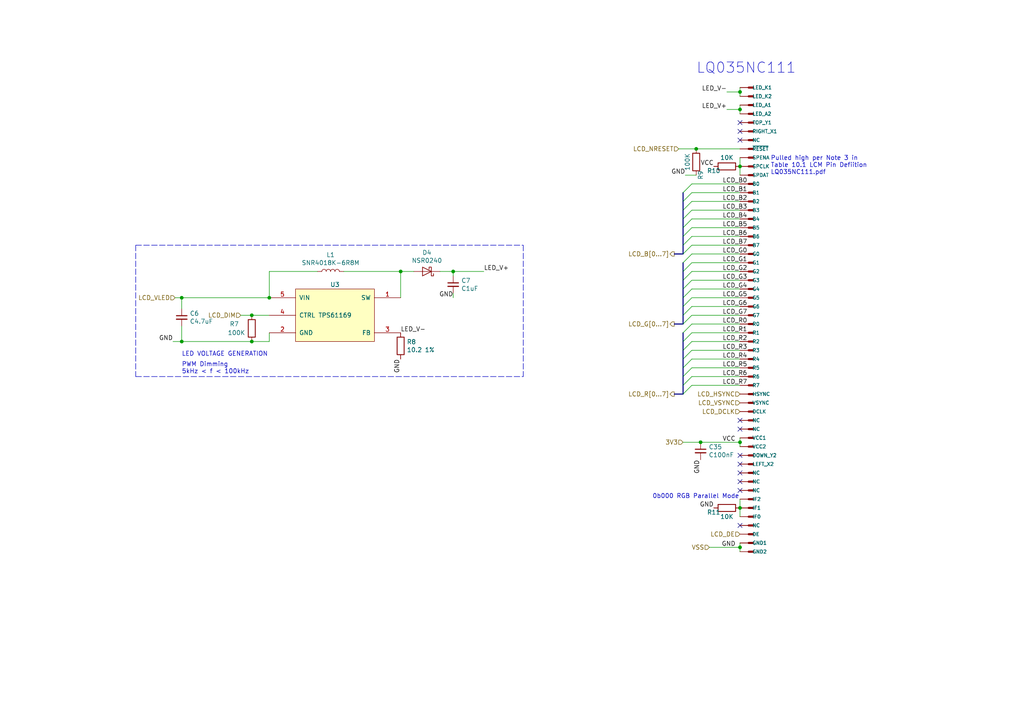
<source format=kicad_sch>
(kicad_sch (version 20210126) (generator eeschema)
  (paper "A4")
  (title_block (title "LCD") (date "2019-11-10") (rev "A") (company "Justin Alexander"))
  (lib_symbols
    (symbol "Device:R" (pin_numbers hide) (pin_names (offset 0))
      (property "Reference" "R" (at 2.032 0 90))
      (property "Value" "R" (at 0 0 90))
      (symbol "R_0_1"
        (rectangle (start -1.016 -2.54) (end 1.016 2.54) (stroke (width 0.254)))
      )
      (symbol "R_1_1"
        (pin passive line (at 0 3.81 270) (length 1.27) (name "~") (number "1"))
        (pin passive line (at 0 -3.81 90) (length 1.27) (name "~") (number "2"))
      )
    )
    (symbol "parts-lib-SnapEDA:51296-5494" (pin_numbers hide) (pin_names (offset 1.016))
      (symbol "51296-5494_0_0"
        (polyline (pts (xy 0 -66.04) (xy 1.27 -66.04)) (stroke (width 0.6096)))
        (polyline (pts (xy 0 -63.5) (xy 1.27 -63.5)) (stroke (width 0.6096)))
        (polyline (pts (xy 0 -60.96) (xy 1.27 -60.96)) (stroke (width 0.6096)))
        (polyline (pts (xy 0 -58.42) (xy 1.27 -58.42)) (stroke (width 0.6096)))
        (polyline (pts (xy 0 -55.88) (xy 1.27 -55.88)) (stroke (width 0.6096)))
        (polyline (pts (xy 0 -53.34) (xy 1.27 -53.34)) (stroke (width 0.6096)))
        (polyline (pts (xy 0 -50.8) (xy 1.27 -50.8)) (stroke (width 0.6096)))
        (polyline (pts (xy 0 -48.26) (xy 1.27 -48.26)) (stroke (width 0.6096)))
        (polyline (pts (xy 0 -45.72) (xy 1.27 -45.72)) (stroke (width 0.6096)))
        (polyline (pts (xy 0 -43.18) (xy 1.27 -43.18)) (stroke (width 0.6096)))
        (polyline (pts (xy 0 -40.64) (xy 1.27 -40.64)) (stroke (width 0.6096)))
        (polyline (pts (xy 0 -38.1) (xy 1.27 -38.1)) (stroke (width 0.6096)))
        (polyline (pts (xy 0 -35.56) (xy 1.27 -35.56)) (stroke (width 0.6096)))
        (polyline (pts (xy 0 -33.02) (xy 1.27 -33.02)) (stroke (width 0.6096)))
        (polyline (pts (xy 0 -30.48) (xy 1.27 -30.48)) (stroke (width 0.6096)))
        (polyline (pts (xy 0 -27.94) (xy 1.27 -27.94)) (stroke (width 0.6096)))
        (polyline (pts (xy 0 -25.4) (xy 1.27 -25.4)) (stroke (width 0.6096)))
        (polyline (pts (xy 0 -22.86) (xy 1.27 -22.86)) (stroke (width 0.6096)))
        (polyline (pts (xy 0 -20.32) (xy 1.27 -20.32)) (stroke (width 0.6096)))
        (polyline (pts (xy 0 -17.78) (xy 1.27 -17.78)) (stroke (width 0.6096)))
        (polyline (pts (xy 0 -15.24) (xy 1.27 -15.24)) (stroke (width 0.6096)))
        (polyline (pts (xy 0 -12.7) (xy 1.27 -12.7)) (stroke (width 0.6096)))
        (polyline (pts (xy 0 -10.16) (xy 1.27 -10.16)) (stroke (width 0.6096)))
        (polyline (pts (xy 0 -7.62) (xy 1.27 -7.62)) (stroke (width 0.6096)))
        (polyline (pts (xy 0 -5.08) (xy 1.27 -5.08)) (stroke (width 0.6096)))
        (polyline (pts (xy 0 -2.54) (xy 1.27 -2.54)) (stroke (width 0.6096)))
        (polyline (pts (xy 0 0) (xy 1.27 0)) (stroke (width 0.6096)))
        (polyline (pts (xy 0 2.54) (xy 1.27 2.54)) (stroke (width 0.6096)))
        (polyline (pts (xy 0 5.08) (xy 1.27 5.08)) (stroke (width 0.6096)))
        (polyline (pts (xy 0 7.62) (xy 1.27 7.62)) (stroke (width 0.6096)))
        (polyline (pts (xy 0 10.16) (xy 1.27 10.16)) (stroke (width 0.6096)))
        (polyline (pts (xy 0 12.7) (xy 1.27 12.7)) (stroke (width 0.6096)))
        (polyline (pts (xy 0 15.24) (xy 1.27 15.24)) (stroke (width 0.6096)))
        (polyline (pts (xy 0 17.78) (xy 1.27 17.78)) (stroke (width 0.6096)))
        (polyline (pts (xy 0 20.32) (xy 1.27 20.32)) (stroke (width 0.6096)))
        (polyline (pts (xy 0 22.86) (xy 1.27 22.86)) (stroke (width 0.6096)))
        (polyline (pts (xy 0 25.4) (xy 1.27 25.4)) (stroke (width 0.6096)))
        (polyline (pts (xy 0 27.94) (xy 1.27 27.94)) (stroke (width 0.6096)))
        (polyline (pts (xy 0 30.48) (xy 1.27 30.48)) (stroke (width 0.6096)))
        (polyline (pts (xy 0 33.02) (xy 1.27 33.02)) (stroke (width 0.6096)))
        (polyline (pts (xy 0 35.56) (xy 1.27 35.56)) (stroke (width 0.6096)))
        (polyline (pts (xy 0 38.1) (xy 1.27 38.1)) (stroke (width 0.6096)))
        (polyline (pts (xy 0 40.64) (xy 1.27 40.64)) (stroke (width 0.6096)))
        (polyline (pts (xy 0 43.18) (xy 1.27 43.18)) (stroke (width 0.6096)))
        (polyline (pts (xy 0 45.72) (xy 1.27 45.72)) (stroke (width 0.6096)))
        (polyline (pts (xy 0 48.26) (xy 1.27 48.26)) (stroke (width 0.6096)))
        (polyline (pts (xy 0 50.8) (xy 1.27 50.8)) (stroke (width 0.6096)))
        (polyline (pts (xy 0 53.34) (xy 1.27 53.34)) (stroke (width 0.6096)))
        (polyline (pts (xy 0 55.88) (xy 1.27 55.88)) (stroke (width 0.6096)))
        (polyline (pts (xy 0 58.42) (xy 1.27 58.42)) (stroke (width 0.6096)))
        (polyline (pts (xy 0 60.96) (xy 1.27 60.96)) (stroke (width 0.6096)))
        (polyline (pts (xy 0 63.5) (xy 1.27 63.5)) (stroke (width 0.6096)))
        (polyline (pts (xy 0 66.04) (xy 1.27 66.04)) (stroke (width 0.6096)))
        (polyline (pts (xy 0 68.58) (xy 1.27 68.58)) (stroke (width 0.6096)))
        (pin passive line (at -2.54 68.58 0) (length 2.54) (name "LED_K1") (number "1"))
        (pin passive line (at -2.54 45.72 0) (length 2.54) (name "SPCLK") (number "10"))
        (pin passive line (at -2.54 43.18 0) (length 2.54) (name "SPDAT") (number "11"))
        (pin passive line (at -2.54 40.64 0) (length 2.54) (name "B0") (number "12"))
        (pin passive line (at -2.54 38.1 0) (length 2.54) (name "B1") (number "13"))
        (pin passive line (at -2.54 35.56 0) (length 2.54) (name "B2") (number "14"))
        (pin passive line (at -2.54 33.02 0) (length 2.54) (name "B3") (number "15"))
        (pin passive line (at -2.54 30.48 0) (length 2.54) (name "B4") (number "16"))
        (pin passive line (at -2.54 27.94 0) (length 2.54) (name "B5") (number "17"))
        (pin passive line (at -2.54 25.4 0) (length 2.54) (name "B6") (number "18"))
        (pin passive line (at -2.54 22.86 0) (length 2.54) (name "B7") (number "19"))
        (pin passive line (at -2.54 66.04 0) (length 2.54) (name "LED_K2") (number "2"))
        (pin passive line (at -2.54 20.32 0) (length 2.54) (name "G0") (number "20"))
        (pin passive line (at -2.54 17.78 0) (length 2.54) (name "G1") (number "21"))
        (pin passive line (at -2.54 15.24 0) (length 2.54) (name "G2") (number "22"))
        (pin passive line (at -2.54 12.7 0) (length 2.54) (name "G3") (number "23"))
        (pin passive line (at -2.54 10.16 0) (length 2.54) (name "G4") (number "24"))
        (pin passive line (at -2.54 7.62 0) (length 2.54) (name "G5") (number "25"))
        (pin passive line (at -2.54 5.08 0) (length 2.54) (name "G6") (number "26"))
        (pin passive line (at -2.54 2.54 0) (length 2.54) (name "G7") (number "27"))
        (pin passive line (at -2.54 0 0) (length 2.54) (name "R0") (number "28"))
        (pin passive line (at -2.54 -2.54 0) (length 2.54) (name "R1") (number "29"))
        (pin passive line (at -2.54 63.5 0) (length 2.54) (name "LED_A1") (number "3"))
        (pin passive line (at -2.54 -5.08 0) (length 2.54) (name "R2") (number "30"))
        (pin passive line (at -2.54 -7.62 0) (length 2.54) (name "R3") (number "31"))
        (pin passive line (at -2.54 -10.16 0) (length 2.54) (name "R4") (number "32"))
        (pin passive line (at -2.54 -12.7 0) (length 2.54) (name "R5") (number "33"))
        (pin passive line (at -2.54 -15.24 0) (length 2.54) (name "R6") (number "34"))
        (pin passive line (at -2.54 -17.78 0) (length 2.54) (name "R7") (number "35"))
        (pin passive line (at -2.54 -20.32 0) (length 2.54) (name "HSYNC") (number "36"))
        (pin passive line (at -2.54 -22.86 0) (length 2.54) (name "VSYNC") (number "37"))
        (pin passive line (at -2.54 -25.4 0) (length 2.54) (name "DCLK") (number "38"))
        (pin passive line (at -2.54 -27.94 0) (length 2.54) (name "NC") (number "39"))
        (pin passive line (at -2.54 60.96 0) (length 2.54) (name "LED_A2") (number "4"))
        (pin passive line (at -2.54 -30.48 0) (length 2.54) (name "NC") (number "40"))
        (pin passive line (at -2.54 -33.02 0) (length 2.54) (name "VCC1") (number "41"))
        (pin passive line (at -2.54 -35.56 0) (length 2.54) (name "VCC2") (number "42"))
        (pin passive line (at -2.54 -38.1 0) (length 2.54) (name "DOWN_Y2") (number "43"))
        (pin passive line (at -2.54 -40.64 0) (length 2.54) (name "LEFT_X2") (number "44"))
        (pin passive line (at -2.54 -43.18 0) (length 2.54) (name "NC") (number "45"))
        (pin passive line (at -2.54 -45.72 0) (length 2.54) (name "NC") (number "46"))
        (pin passive line (at -2.54 -48.26 0) (length 2.54) (name "NC") (number "47"))
        (pin passive line (at -2.54 -50.8 0) (length 2.54) (name "IF2") (number "48"))
        (pin passive line (at -2.54 -53.34 0) (length 2.54) (name "IF1") (number "49"))
        (pin passive line (at -2.54 58.42 0) (length 2.54) (name "TOP_Y1") (number "5"))
        (pin passive line (at -2.54 -55.88 0) (length 2.54) (name "IF0") (number "50"))
        (pin passive line (at -2.54 -58.42 0) (length 2.54) (name "NC") (number "51"))
        (pin passive line (at -2.54 -60.96 0) (length 2.54) (name "DE") (number "52"))
        (pin passive line (at -2.54 -63.5 0) (length 2.54) (name "GND1") (number "53"))
        (pin passive line (at -2.54 -66.04 0) (length 2.54) (name "GND2") (number "54"))
        (pin passive line (at -2.54 55.88 0) (length 2.54) (name "RIGHT_X1") (number "6"))
        (pin passive line (at -2.54 53.34 0) (length 2.54) (name "NC") (number "7"))
        (pin passive line (at -2.54 50.8 0) (length 2.54) (name "~RESET~") (number "8"))
        (pin passive line (at -2.54 48.26 0) (length 2.54) (name "SPENA") (number "9"))
      )
    )
    (symbol "parts-lib:C100nF" (pin_numbers hide) (pin_names (offset 0.254) hide)
      (property "Reference" "C" (at 0.254 1.778 0))
      (property "Value" "C100nF" (at 0.254 -2.032 0))
      (symbol "C100nF_0_1"
        (polyline (pts (xy -1.524 -0.508) (xy 1.524 -0.508)) (stroke (width 0.3302)))
        (polyline (pts (xy -1.524 0.508) (xy 1.524 0.508)) (stroke (width 0.3048)))
      )
      (symbol "C100nF_1_1"
        (pin passive line (at 0 2.54 270) (length 2.032) (name "~") (number "1"))
        (pin passive line (at 0 -2.54 90) (length 2.032) (name "~") (number "2"))
      )
    )
    (symbol "parts-lib:C1uF" (pin_numbers hide) (pin_names (offset 0.254) hide)
      (property "Reference" "C" (at 0.254 1.778 0))
      (property "Value" "C1uF" (at 0.254 -2.032 0))
      (symbol "C1uF_0_1"
        (polyline (pts (xy -1.524 -0.508) (xy 1.524 -0.508)) (stroke (width 0.3302)))
        (polyline (pts (xy -1.524 0.508) (xy 1.524 0.508)) (stroke (width 0.3048)))
      )
      (symbol "C1uF_1_1"
        (pin passive line (at 0 2.54 270) (length 2.032) (name "~") (number "1"))
        (pin passive line (at 0 -2.54 90) (length 2.032) (name "~") (number "2"))
      )
    )
    (symbol "parts-lib:C4.7uF" (pin_numbers hide) (pin_names (offset 0.254) hide)
      (property "Reference" "C" (at 0.254 1.778 0))
      (property "Value" "C4.7uF" (at 0.254 -2.032 0))
      (symbol "C4.7uF_0_1"
        (polyline (pts (xy -1.524 -0.508) (xy 1.524 -0.508)) (stroke (width 0.3302)))
        (polyline (pts (xy -1.524 0.508) (xy 1.524 0.508)) (stroke (width 0.3048)))
      )
      (symbol "C4.7uF_1_1"
        (pin passive line (at 0 2.54 270) (length 2.032) (name "~") (number "1"))
        (pin passive line (at 0 -2.54 90) (length 2.032) (name "~") (number "2"))
      )
    )
    (symbol "parts-lib:NSR0240" (pin_numbers hide) (pin_names (offset 1.016) hide)
      (property "Reference" "D" (at 0 2.54 0))
      (property "Value" "NSR0240" (at 0 -2.54 0))
      (symbol "NSR0240_0_1"
        (polyline (pts (xy 1.27 0) (xy -1.27 0)))
        (polyline (pts (xy 1.27 1.27) (xy 1.27 -1.27) (xy -1.27 0) (xy 1.27 1.27)) (stroke (width 0.2032)))
        (polyline (pts (xy -1.905 0.635) (xy -1.905 1.27) (xy -1.27 1.27) (xy -1.27 -1.27) (xy -0.635 -1.27) (xy -0.635 -0.635)) (stroke (width 0.2032)))
      )
      (symbol "NSR0240_1_1"
        (pin passive line (at -3.81 0 0) (length 2.54) (name "K") (number "1"))
        (pin passive line (at 3.81 0 180) (length 2.54) (name "A") (number "2"))
      )
    )
    (symbol "parts-lib:SNR4018K-6R8M" (pin_numbers hide) (pin_names (offset 1.016) hide)
      (property "Reference" "L" (at 0 2.54 0))
      (property "Value" "SNR4018K-6R8M" (at 0 -2.54 0))
      (symbol "SNR4018K-6R8M_0_1"
        (arc (start 0 -2.54) (end 0 -1.27) (radius (at 0 -1.905) (length 0.635) (angles -89.9 89.9)))
        (arc (start 0 -1.27) (end 0 0) (radius (at 0 -0.635) (length 0.635) (angles -89.9 89.9)))
        (arc (start 0 0) (end 0 1.27) (radius (at 0 0.635) (length 0.635) (angles -89.9 89.9)))
        (arc (start 0 1.27) (end 0 2.54) (radius (at 0 1.905) (length 0.635) (angles -89.9 89.9)))
      )
      (symbol "SNR4018K-6R8M_1_1"
        (pin passive line (at 0 3.81 270) (length 1.27) (name "1") (number "1"))
        (pin passive line (at 0 -3.81 90) (length 1.27) (name "2") (number "2"))
      )
    )
    (symbol "parts-lib:TPS61169" (pin_names (offset 1.016))
      (property "Reference" "U" (at 0 -2.54 0))
      (property "Value" "TPS61169" (at 0 2.54 0))
      (symbol "TPS61169_1_0"
        (rectangle (start -11.43 -7.62) (end 11.43 7.62) (fill (type background)))
      )
      (symbol "TPS61169_1_1"
        (pin power_out line (at 19.05 5.08 180) (length 7.62) (name "SW") (number "1"))
        (pin power_in line (at -19.05 -5.08 0) (length 7.62) (name "GND") (number "2"))
        (pin input line (at 19.05 -5.08 180) (length 7.62) (name "FB") (number "3"))
        (pin input line (at -19.05 0 0) (length 7.62) (name "CTRL") (number "4"))
        (pin power_in line (at -19.05 5.08 0) (length 7.62) (name "VIN") (number "5"))
      )
    )
  )
  (junction (at 52.705 86.36) (diameter 0.9144))
  (junction (at 52.705 99.06) (diameter 0.9144))
  (junction (at 73.025 91.44) (diameter 0.9144))
  (junction (at 73.025 99.06) (diameter 0.9144))
  (junction (at 78.105 86.36) (diameter 0.9144))
  (junction (at 116.205 78.74) (diameter 0.9144))
  (junction (at 131.445 78.74) (diameter 0.9144))
  (junction (at 201.93 43.18) (diameter 0.9144))
  (junction (at 203.2 128.27) (diameter 0.9144))
  (junction (at 214.63 26.67) (diameter 0.9144))
  (junction (at 214.63 31.75) (diameter 0.9144))
  (junction (at 214.63 48.26) (diameter 0.9144))
  (junction (at 214.63 128.27) (diameter 0.9144))
  (junction (at 214.63 147.32) (diameter 0.9144))
  (junction (at 214.63 158.75) (diameter 0.9144))
  (no_connect (at 214.63 35.56))
  (no_connect (at 214.63 38.1))
  (no_connect (at 214.63 40.64))
  (no_connect (at 214.63 121.92))
  (no_connect (at 214.63 124.46))
  (no_connect (at 214.63 132.08))
  (no_connect (at 214.63 134.62))
  (no_connect (at 214.63 137.16))
  (no_connect (at 214.63 139.7))
  (no_connect (at 214.63 142.24))
  (no_connect (at 214.63 152.4))
  (bus_entry (at 198.12 55.88) (size 2.54 -2.54) (stroke (width 0.1524)))
  (bus_entry (at 198.12 58.42) (size 2.54 -2.54) (stroke (width 0.1524)))
  (bus_entry (at 198.12 60.96) (size 2.54 -2.54) (stroke (width 0.1524)))
  (bus_entry (at 198.12 63.5) (size 2.54 -2.54) (stroke (width 0.1524)))
  (bus_entry (at 198.12 66.04) (size 2.54 -2.54) (stroke (width 0.1524)))
  (bus_entry (at 198.12 68.58) (size 2.54 -2.54) (stroke (width 0.1524)))
  (bus_entry (at 198.12 71.12) (size 2.54 -2.54) (stroke (width 0.1524)))
  (bus_entry (at 198.12 73.66) (size 2.54 -2.54) (stroke (width 0.1524)))
  (bus_entry (at 198.12 76.2) (size 2.54 -2.54) (stroke (width 0.1524)))
  (bus_entry (at 198.12 78.74) (size 2.54 -2.54) (stroke (width 0.1524)))
  (bus_entry (at 198.12 81.28) (size 2.54 -2.54) (stroke (width 0.1524)))
  (bus_entry (at 198.12 83.82) (size 2.54 -2.54) (stroke (width 0.1524)))
  (bus_entry (at 198.12 86.36) (size 2.54 -2.54) (stroke (width 0.1524)))
  (bus_entry (at 198.12 88.9) (size 2.54 -2.54) (stroke (width 0.1524)))
  (bus_entry (at 198.12 91.44) (size 2.54 -2.54) (stroke (width 0.1524)))
  (bus_entry (at 198.12 93.98) (size 2.54 -2.54) (stroke (width 0.1524)))
  (bus_entry (at 198.12 96.52) (size 2.54 -2.54) (stroke (width 0.1524)))
  (bus_entry (at 198.12 99.06) (size 2.54 -2.54) (stroke (width 0.1524)))
  (bus_entry (at 198.12 101.6) (size 2.54 -2.54) (stroke (width 0.1524)))
  (bus_entry (at 198.12 104.14) (size 2.54 -2.54) (stroke (width 0.1524)))
  (bus_entry (at 198.12 106.68) (size 2.54 -2.54) (stroke (width 0.1524)))
  (bus_entry (at 198.12 109.22) (size 2.54 -2.54) (stroke (width 0.1524)))
  (bus_entry (at 198.12 111.76) (size 2.54 -2.54) (stroke (width 0.1524)))
  (bus_entry (at 198.12 114.3) (size 2.54 -2.54) (stroke (width 0.1524)))
  (wire (pts (xy 50.8 86.36) (xy 52.705 86.36)))
  (wire (pts (xy 52.705 86.36) (xy 52.705 89.535)))
  (wire (pts (xy 52.705 86.36) (xy 78.105 86.36)))
  (wire (pts (xy 52.705 94.615) (xy 52.705 99.06)))
  (wire (pts (xy 52.705 99.06) (xy 50.165 99.06)))
  (wire (pts (xy 69.85 91.44) (xy 73.025 91.44)))
  (wire (pts (xy 73.025 91.44) (xy 78.105 91.44)))
  (wire (pts (xy 73.025 99.06) (xy 52.705 99.06)))
  (wire (pts (xy 78.105 78.74) (xy 78.105 86.36)))
  (wire (pts (xy 78.105 78.74) (xy 92.075 78.74)))
  (wire (pts (xy 78.105 96.52) (xy 78.105 99.06)))
  (wire (pts (xy 78.105 99.06) (xy 73.025 99.06)))
  (wire (pts (xy 99.695 78.74) (xy 116.205 78.74)))
  (wire (pts (xy 116.205 78.74) (xy 116.205 86.36)))
  (wire (pts (xy 120.015 78.74) (xy 116.205 78.74)))
  (wire (pts (xy 127.635 78.74) (xy 131.445 78.74)))
  (wire (pts (xy 131.445 78.74) (xy 140.335 78.74)))
  (wire (pts (xy 131.445 80.01) (xy 131.445 78.74)))
  (wire (pts (xy 131.445 85.09) (xy 131.445 86.36)))
  (wire (pts (xy 198.12 128.27) (xy 203.2 128.27)))
  (wire (pts (xy 200.66 53.34) (xy 214.63 53.34)))
  (wire (pts (xy 200.66 55.88) (xy 214.63 55.88)))
  (wire (pts (xy 200.66 58.42) (xy 214.63 58.42)))
  (wire (pts (xy 200.66 60.96) (xy 214.63 60.96)))
  (wire (pts (xy 200.66 63.5) (xy 214.63 63.5)))
  (wire (pts (xy 200.66 66.04) (xy 214.63 66.04)))
  (wire (pts (xy 200.66 68.58) (xy 214.63 68.58)))
  (wire (pts (xy 200.66 71.12) (xy 214.63 71.12)))
  (wire (pts (xy 200.66 73.66) (xy 214.63 73.66)))
  (wire (pts (xy 200.66 76.2) (xy 214.63 76.2)))
  (wire (pts (xy 200.66 78.74) (xy 214.63 78.74)))
  (wire (pts (xy 200.66 81.28) (xy 214.63 81.28)))
  (wire (pts (xy 200.66 83.82) (xy 214.63 83.82)))
  (wire (pts (xy 200.66 86.36) (xy 214.63 86.36)))
  (wire (pts (xy 200.66 88.9) (xy 214.63 88.9)))
  (wire (pts (xy 200.66 91.44) (xy 214.63 91.44)))
  (wire (pts (xy 200.66 93.98) (xy 214.63 93.98)))
  (wire (pts (xy 200.66 96.52) (xy 214.63 96.52)))
  (wire (pts (xy 200.66 99.06) (xy 214.63 99.06)))
  (wire (pts (xy 200.66 101.6) (xy 214.63 101.6)))
  (wire (pts (xy 200.66 104.14) (xy 214.63 104.14)))
  (wire (pts (xy 200.66 106.68) (xy 214.63 106.68)))
  (wire (pts (xy 200.66 109.22) (xy 214.63 109.22)))
  (wire (pts (xy 200.66 111.76) (xy 214.63 111.76)))
  (wire (pts (xy 201.93 43.18) (xy 196.85 43.18)))
  (wire (pts (xy 201.93 50.8) (xy 198.755 50.8)))
  (wire (pts (xy 203.2 128.27) (xy 214.63 128.27)))
  (wire (pts (xy 205.74 158.75) (xy 214.63 158.75)))
  (wire (pts (xy 210.82 31.75) (xy 214.63 31.75)))
  (wire (pts (xy 214.63 25.4) (xy 214.63 26.67)))
  (wire (pts (xy 214.63 26.67) (xy 210.82 26.67)))
  (wire (pts (xy 214.63 26.67) (xy 214.63 27.94)))
  (wire (pts (xy 214.63 30.48) (xy 214.63 31.75)))
  (wire (pts (xy 214.63 31.75) (xy 214.63 33.02)))
  (wire (pts (xy 214.63 43.18) (xy 201.93 43.18)))
  (wire (pts (xy 214.63 45.72) (xy 214.63 48.26)))
  (wire (pts (xy 214.63 48.26) (xy 214.63 50.8)))
  (wire (pts (xy 214.63 127) (xy 214.63 128.27)))
  (wire (pts (xy 214.63 128.27) (xy 214.63 129.54)))
  (wire (pts (xy 214.63 144.78) (xy 214.63 147.32)))
  (wire (pts (xy 214.63 147.32) (xy 214.63 149.86)))
  (wire (pts (xy 214.63 157.48) (xy 214.63 158.75)))
  (wire (pts (xy 214.63 158.75) (xy 214.63 160.02)))
  (bus (pts (xy 195.58 73.66) (xy 198.12 73.66)))
  (bus (pts (xy 198.12 55.88) (xy 198.12 58.42)))
  (bus (pts (xy 198.12 58.42) (xy 198.12 60.96)))
  (bus (pts (xy 198.12 60.96) (xy 198.12 63.5)))
  (bus (pts (xy 198.12 63.5) (xy 198.12 66.04)))
  (bus (pts (xy 198.12 66.04) (xy 198.12 68.58)))
  (bus (pts (xy 198.12 68.58) (xy 198.12 71.12)))
  (bus (pts (xy 198.12 71.12) (xy 198.12 73.66)))
  (bus (pts (xy 198.12 76.2) (xy 198.12 78.74)))
  (bus (pts (xy 198.12 78.74) (xy 198.12 81.28)))
  (bus (pts (xy 198.12 81.28) (xy 198.12 83.82)))
  (bus (pts (xy 198.12 83.82) (xy 198.12 86.36)))
  (bus (pts (xy 198.12 86.36) (xy 198.12 88.9)))
  (bus (pts (xy 198.12 88.9) (xy 198.12 91.44)))
  (bus (pts (xy 198.12 91.44) (xy 198.12 93.98)))
  (bus (pts (xy 198.12 93.98) (xy 195.58 93.98)))
  (bus (pts (xy 198.12 96.52) (xy 198.12 99.06)))
  (bus (pts (xy 198.12 99.06) (xy 198.12 101.6)))
  (bus (pts (xy 198.12 101.6) (xy 198.12 104.14)))
  (bus (pts (xy 198.12 104.14) (xy 198.12 106.68)))
  (bus (pts (xy 198.12 106.68) (xy 198.12 109.22)))
  (bus (pts (xy 198.12 109.22) (xy 198.12 111.76)))
  (bus (pts (xy 198.12 111.76) (xy 198.12 114.3)))
  (bus (pts (xy 198.12 114.3) (xy 195.58 114.3)))
  (polyline (pts (xy 39.37 71.12) (xy 39.37 109.22)) (stroke (width 0) (type dash)))
  (polyline (pts (xy 39.37 71.12) (xy 151.765 71.12)) (stroke (width 0) (type dash)))
  (polyline (pts (xy 39.37 109.22) (xy 151.765 109.22)) (stroke (width 0) (type dash)))
  (polyline (pts (xy 151.765 71.12) (xy 151.765 109.22)) (stroke (width 0) (type dash)))
  (text "LED VOLTAGE GENERATION" (at 52.705 103.505 0) (effects (font (size 1.27 1.27)) (justify left bottom)))
  (text "PWM Dimming\n5kHz < f < 100kHz" (at 52.705 108.585 0) (effects (font (size 1.27 1.27)) (justify left bottom)))
  (text "0b000 RGB Parallel Mode" (at 189.23 144.78 0) (effects (font (size 1.27 1.27)) (justify left bottom)))
  (text "LQ035NC111" (at 201.93 21.59 0) (effects (font (size 2.9972 2.9972)) (justify left bottom)))
  (text "Pulled high per Note 3 in \nTable 10.1 LCM Pin Defiition\nLQ035NC111.pdf" (at 223.52 50.8 0) (effects (font (size 1.27 1.27)) (justify left bottom)))
  (label "GND" (at 50.165 99.06 180))
  (label "LED_V-" (at 116.205 96.52 0))
  (label "GND" (at 116.205 104.14 270))
  (label "GND" (at 131.445 86.36 180))
  (label "LED_V+" (at 140.335 78.74 0))
  (label "GND" (at 198.755 50.8 180))
  (label "GND" (at 203.2 133.35 270))
  (label "VCC" (at 207.01 48.26 180))
  (label "GND" (at 207.01 147.32 180))
  (label "LCD_B0" (at 209.55 53.34 0))
  (label "LCD_B1" (at 209.55 55.88 0))
  (label "LCD_B2" (at 209.55 58.42 0))
  (label "LCD_B3" (at 209.55 60.96 0))
  (label "LCD_B4" (at 209.55 63.5 0))
  (label "LCD_B5" (at 209.55 66.04 0))
  (label "LCD_B6" (at 209.55 68.58 0))
  (label "LCD_B7" (at 209.55 71.12 0))
  (label "LCD_G0" (at 209.55 73.66 0))
  (label "LCD_G1" (at 209.55 76.2 0))
  (label "LCD_G2" (at 209.55 78.74 0))
  (label "LCD_G3" (at 209.55 81.28 0))
  (label "LCD_G4" (at 209.55 83.82 0))
  (label "LCD_G5" (at 209.55 86.36 0))
  (label "LCD_G6" (at 209.55 88.9 0))
  (label "LCD_G7" (at 209.55 91.44 0))
  (label "LCD_R0" (at 209.55 93.98 0))
  (label "LCD_R1" (at 209.55 96.52 0))
  (label "LCD_R2" (at 209.55 99.06 0))
  (label "LCD_R3" (at 209.55 101.6 0))
  (label "LCD_R4" (at 209.55 104.14 0))
  (label "LCD_R5" (at 209.55 106.68 0))
  (label "LCD_R6" (at 209.55 109.22 0))
  (label "LCD_R7" (at 209.55 111.76 0))
  (label "LED_V-" (at 210.82 26.67 180))
  (label "LED_V+" (at 210.82 31.75 180))
  (label "VCC" (at 213.36 128.27 180))
  (label "GND" (at 213.36 158.75 180))
  (hierarchical_label "LCD_VLED" (shape input) (at 50.8 86.36 180))
  (hierarchical_label "LCD_DIM" (shape input) (at 69.85 91.44 180))
  (hierarchical_label "LCD_B[0...7]" (shape output) (at 195.58 73.66 180))
  (hierarchical_label "LCD_G[0...7]" (shape output) (at 195.58 93.98 180))
  (hierarchical_label "LCD_R[0...7]" (shape output) (at 195.58 114.3 180))
  (hierarchical_label "LCD_NRESET" (shape input) (at 196.85 43.18 180))
  (hierarchical_label "3V3" (shape input) (at 198.12 128.27 180))
  (hierarchical_label "VSS" (shape input) (at 205.74 158.75 180))
  (hierarchical_label "LCD_HSYNC" (shape input) (at 214.63 114.3 180))
  (hierarchical_label "LCD_VSYNC" (shape input) (at 214.63 116.84 180))
  (hierarchical_label "LCD_DCLK" (shape input) (at 214.63 119.38 180))
  (hierarchical_label "LCD_DE" (shape input) (at 214.63 154.94 180))
  (symbol (lib_id "parts-lib:SNR4018K-6R8M") (at 95.885 78.74 90) (unit 1)
    (property "Reference" "L1" (at 95.885 73.914 90))
    (property "Value" "SNR4018K-6R8M" (at 95.885 76.2254 90))
    (property "Footprint" "Inductor_SMD:L_Taiyo-Yuden_NR-40xx" (effects hide))
    (property "Datasheet" "https://datasheet.lcsc.com/szlcsc/1901161733_3L-COILS-SNR4018K-6R8M_C326302.pdf" (effects hide))
    (property "Part No." "SNR4018K-6R8M" (effects hide))
    (property "Manufacturer" "3L Coils" (effects hide))
    (property "Distributor" "LCSC" (effects hide))
    (property "Distributor Part No." "C326302" (effects hide))
    (property "Description" "Inductor SMD 4x4mm 6.8uH 20%, 124m DCR, 1.45 Isat" (effects hide))
  )
  (symbol (lib_id "Device:R") (at 73.025 95.25 180) (unit 1)
    (property "Reference" "R7" (at 67.945 93.98 0))
    (property "Value" "100K" (at 68.58 96.52 0))
    (property "Footprint" "Resistor_SMD:R_0603_1608Metric" (effects hide))
  )
  (symbol (lib_id "Device:R") (at 116.205 100.33 0) (unit 1)
    (property "Reference" "R8" (at 117.983 99.1616 0) (effects (justify left)))
    (property "Value" "10.2 1%" (at 117.983 101.473 0) (effects (justify left)))
    (property "Footprint" "Resistor_SMD:R_0603_1608Metric" (effects hide))
  )
  (symbol (lib_id "Device:R") (at 201.93 46.99 0) (unit 1)
    (property "Reference" "R9" (at 203.2 50.8 90))
    (property "Value" "100K" (at 199.39 46.99 90))
    (property "Footprint" "Resistor_SMD:R_0603_1608Metric" (effects hide))
  )
  (symbol (lib_id "Device:R") (at 210.82 48.26 270) (unit 1)
    (property "Reference" "R10" (at 207.01 49.53 90))
    (property "Value" "10K" (at 210.82 45.72 90))
    (property "Footprint" "Resistor_SMD:R_0603_1608Metric" (effects hide))
  )
  (symbol (lib_id "Device:R") (at 210.82 147.32 270) (unit 1)
    (property "Reference" "R11" (at 207.01 148.59 90))
    (property "Value" "10K" (at 210.82 149.86 90))
    (property "Footprint" "Resistor_SMD:R_0603_1608Metric" (effects hide))
  )
  (symbol (lib_id "parts-lib:C4.7uF") (at 52.705 92.075 0) (unit 1)
    (property "Reference" "C6" (at 55.0418 90.9066 0) (effects (justify left)))
    (property "Value" "C4.7uF" (at 55.0418 93.218 0) (effects (justify left)))
    (property "Footprint" "Capacitor_SMD:C_0805_2012Metric" (effects hide))
    (property "Datasheet" "https://datasheet.lcsc.com/szlcsc/YAGEO-CC0805KKX5R8BB475_C132173.pdf" (effects hide))
    (property "Part No." "CC0805KKX5R8BB475" (effects hide))
    (property "Manufacturer" "Yageo" (effects hide))
    (property "Distributor" "LCSC" (effects hide))
    (property "Distributor Part No." "C132173" (effects hide))
  )
  (symbol (lib_id "parts-lib:C1uF") (at 131.445 82.55 0) (unit 1)
    (property "Reference" "C7" (at 133.7818 81.3816 0) (effects (justify left)))
    (property "Value" "C1uF" (at 133.7818 83.693 0) (effects (justify left)))
    (property "Footprint" "Capacitor_SMD:C_0603_1608Metric" (effects hide))
    (property "Datasheet" "https://datasheet.lcsc.com/szlcsc/YAGEO-CC0603KRX7R7BB105_C106248.pdf" (effects hide))
    (property "Part No." "CC0603KRX7R7BB105" (effects hide))
    (property "Manufacturer" "Yageo" (effects hide))
    (property "Distributor" "LCSC" (effects hide))
    (property "Distributor Part No." "C272771" (effects hide))
  )
  (symbol (lib_id "parts-lib:C100nF") (at 203.2 130.81 0) (unit 1)
    (property "Reference" "C35" (at 205.5368 129.6416 0) (effects (justify left)))
    (property "Value" "C100nF" (at 205.5368 131.953 0) (effects (justify left)))
    (property "Footprint" "Capacitor_SMD:C_0603_1608Metric" (effects hide))
    (property "Datasheet" "https://datasheet.lcsc.com/szlcsc/YAGEO-CC0603KRX7R9BB104_C14663.pdf" (effects hide))
    (property "Part No." "AC0603KRX7R9BB104" (effects hide))
    (property "Manufacturer" "Yageo" (effects hide))
    (property "Distributor" "LCSC" (effects hide))
    (property "Distributor Part No." "C149620" (effects hide))
  )
  (symbol (lib_id "parts-lib:NSR0240") (at 123.825 78.74 180) (unit 1)
    (property "Reference" "D4" (at 123.825 73.2536 0))
    (property "Value" "NSR0240" (at 123.825 75.565 0))
    (property "Footprint" "Diode_SMD:D_SOD-323" (effects hide))
    (property "Datasheet" "https://datasheet.lcsc.com/szlcsc/ON-Semicon-ON-NSR0240HT1G_C152519.pdf" (effects hide))
    (property "Part No." "NSR0240HT1G" (effects hide))
    (property "Manufacturer" "ON Semiconductor" (effects hide))
    (property "Distributor" "LCSC" (effects hide))
    (property "Distributor Part No." "C152519" (effects hide))
    (property "Description" "Schottky (250mA Continuous Current) (.48V FVD) (.2uA @ 25V Reverse)" (effects hide))
  )
  (symbol (lib_id "parts-lib:TPS61169") (at 97.155 91.44 0) (unit 1)
    (property "Reference" "U3" (at 97.155 82.55 0))
    (property "Value" "TPS61169" (at 97.155 91.44 0))
    (property "Footprint" "Package_TO_SOT_SMD:SOT-353_SC-70-5" (effects hide))
    (property "Datasheet" "http://www.ti.com/lit/ds/symlink/tps61169.pdf" (effects hide))
    (property "Distributor" "LCSC" (effects hide))
    (property "Distributor Part No." "C71045" (effects hide))
    (property "Manufacturer" "Texas Instruments" (effects hide))
    (property "Part No." "TPS61169" (effects hide))
  )
  (symbol (lib_id "parts-lib-SnapEDA:51296-5494") (at 217.17 93.98 0) (unit 1)
    (property "Reference" "U4" (effects hide))
    (property "Value" "51296-5494" (effects hide))
    (property "Footprint" "parts-lib-SnapEDA:51296" (effects hide))
    (property "Datasheet" "None" (effects hide))
    (property "Field4" "Molex" (effects hide))
    (property "Field5" "Conn.; Rect/PCB; FFC/FPC; 54 Cir.; SMT; ZIF; Rt. Angle; Easy-On Type; Gold Plate" (effects hide))
    (property "Pinout" "LQ035NC111" (effects hide))
    (property "Field7" "None" (effects hide))
    (property "Field8" "51296-5494" (effects hide))
    (property "Field6" "Unavailable" (effects hide))
  )
)
</source>
